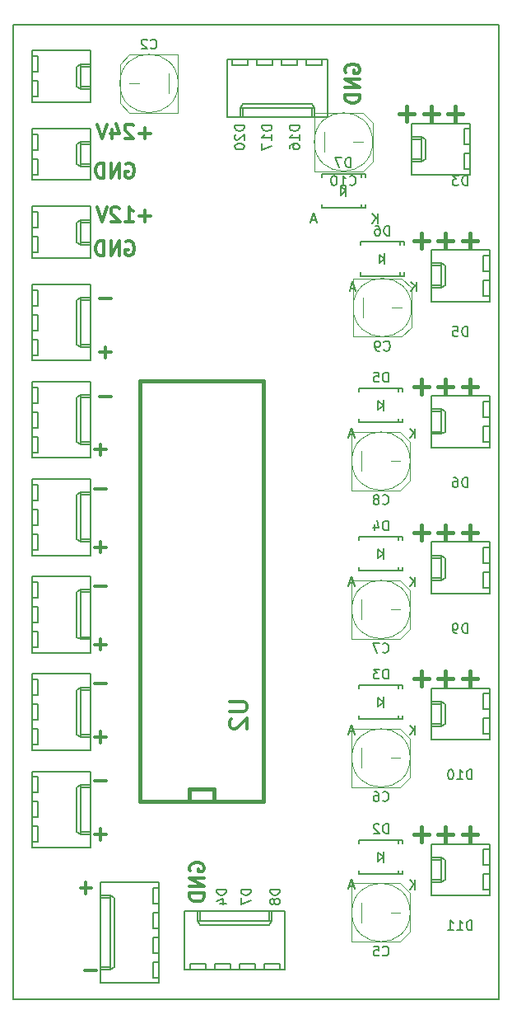
<source format=gbo>
G04 #@! TF.GenerationSoftware,KiCad,Pcbnew,(5.0.2)-1*
G04 #@! TF.CreationDate,2019-03-14T17:16:41+01:00*
G04 #@! TF.ProjectId,ventirad,76656e74-6972-4616-942e-6b696361645f,rev?*
G04 #@! TF.SameCoordinates,Original*
G04 #@! TF.FileFunction,Legend,Bot*
G04 #@! TF.FilePolarity,Positive*
%FSLAX46Y46*%
G04 Gerber Fmt 4.6, Leading zero omitted, Abs format (unit mm)*
G04 Created by KiCad (PCBNEW (5.0.2)-1) date 14/03/2019 17:16:41*
%MOMM*%
%LPD*%
G01*
G04 APERTURE LIST*
%ADD10C,0.150000*%
%ADD11C,0.300000*%
%ADD12C,0.400000*%
%ADD13C,0.381000*%
%ADD14C,0.100000*%
%ADD15C,0.304800*%
G04 APERTURE END LIST*
D10*
X107000000Y-60000000D02*
X157000000Y-60000000D01*
X154214285Y-137452380D02*
X154214285Y-136452380D01*
X153976190Y-136452380D01*
X153833333Y-136500000D01*
X153738095Y-136595238D01*
X153690476Y-136690476D01*
X153642857Y-136880952D01*
X153642857Y-137023809D01*
X153690476Y-137214285D01*
X153738095Y-137309523D01*
X153833333Y-137404761D01*
X153976190Y-137452380D01*
X154214285Y-137452380D01*
X152690476Y-137452380D02*
X153261904Y-137452380D01*
X152976190Y-137452380D02*
X152976190Y-136452380D01*
X153071428Y-136595238D01*
X153166666Y-136690476D01*
X153261904Y-136738095D01*
X152071428Y-136452380D02*
X151976190Y-136452380D01*
X151880952Y-136500000D01*
X151833333Y-136547619D01*
X151785714Y-136642857D01*
X151738095Y-136833333D01*
X151738095Y-137071428D01*
X151785714Y-137261904D01*
X151833333Y-137357142D01*
X151880952Y-137404761D01*
X151976190Y-137452380D01*
X152071428Y-137452380D01*
X152166666Y-137404761D01*
X152214285Y-137357142D01*
X152261904Y-137261904D01*
X152309523Y-137071428D01*
X152309523Y-136833333D01*
X152261904Y-136642857D01*
X152214285Y-136547619D01*
X152166666Y-136500000D01*
X152071428Y-136452380D01*
X153738095Y-122452380D02*
X153738095Y-121452380D01*
X153500000Y-121452380D01*
X153357142Y-121500000D01*
X153261904Y-121595238D01*
X153214285Y-121690476D01*
X153166666Y-121880952D01*
X153166666Y-122023809D01*
X153214285Y-122214285D01*
X153261904Y-122309523D01*
X153357142Y-122404761D01*
X153500000Y-122452380D01*
X153738095Y-122452380D01*
X152690476Y-122452380D02*
X152500000Y-122452380D01*
X152404761Y-122404761D01*
X152357142Y-122357142D01*
X152261904Y-122214285D01*
X152214285Y-122023809D01*
X152214285Y-121642857D01*
X152261904Y-121547619D01*
X152309523Y-121500000D01*
X152404761Y-121452380D01*
X152595238Y-121452380D01*
X152690476Y-121500000D01*
X152738095Y-121547619D01*
X152785714Y-121642857D01*
X152785714Y-121880952D01*
X152738095Y-121976190D01*
X152690476Y-122023809D01*
X152595238Y-122071428D01*
X152404761Y-122071428D01*
X152309523Y-122023809D01*
X152261904Y-121976190D01*
X152214285Y-121880952D01*
X153738095Y-107452380D02*
X153738095Y-106452380D01*
X153500000Y-106452380D01*
X153357142Y-106500000D01*
X153261904Y-106595238D01*
X153214285Y-106690476D01*
X153166666Y-106880952D01*
X153166666Y-107023809D01*
X153214285Y-107214285D01*
X153261904Y-107309523D01*
X153357142Y-107404761D01*
X153500000Y-107452380D01*
X153738095Y-107452380D01*
X152309523Y-106452380D02*
X152500000Y-106452380D01*
X152595238Y-106500000D01*
X152642857Y-106547619D01*
X152738095Y-106690476D01*
X152785714Y-106880952D01*
X152785714Y-107261904D01*
X152738095Y-107357142D01*
X152690476Y-107404761D01*
X152595238Y-107452380D01*
X152404761Y-107452380D01*
X152309523Y-107404761D01*
X152261904Y-107357142D01*
X152214285Y-107261904D01*
X152214285Y-107023809D01*
X152261904Y-106928571D01*
X152309523Y-106880952D01*
X152404761Y-106833333D01*
X152595238Y-106833333D01*
X152690476Y-106880952D01*
X152738095Y-106928571D01*
X152785714Y-107023809D01*
X153738095Y-91952380D02*
X153738095Y-90952380D01*
X153500000Y-90952380D01*
X153357142Y-91000000D01*
X153261904Y-91095238D01*
X153214285Y-91190476D01*
X153166666Y-91380952D01*
X153166666Y-91523809D01*
X153214285Y-91714285D01*
X153261904Y-91809523D01*
X153357142Y-91904761D01*
X153500000Y-91952380D01*
X153738095Y-91952380D01*
X152261904Y-90952380D02*
X152738095Y-90952380D01*
X152785714Y-91428571D01*
X152738095Y-91380952D01*
X152642857Y-91333333D01*
X152404761Y-91333333D01*
X152309523Y-91380952D01*
X152261904Y-91428571D01*
X152214285Y-91523809D01*
X152214285Y-91761904D01*
X152261904Y-91857142D01*
X152309523Y-91904761D01*
X152404761Y-91952380D01*
X152642857Y-91952380D01*
X152738095Y-91904761D01*
X152785714Y-91857142D01*
X153738095Y-76452380D02*
X153738095Y-75452380D01*
X153500000Y-75452380D01*
X153357142Y-75500000D01*
X153261904Y-75595238D01*
X153214285Y-75690476D01*
X153166666Y-75880952D01*
X153166666Y-76023809D01*
X153214285Y-76214285D01*
X153261904Y-76309523D01*
X153357142Y-76404761D01*
X153500000Y-76452380D01*
X153738095Y-76452380D01*
X152833333Y-75452380D02*
X152214285Y-75452380D01*
X152547619Y-75833333D01*
X152404761Y-75833333D01*
X152309523Y-75880952D01*
X152261904Y-75928571D01*
X152214285Y-76023809D01*
X152214285Y-76261904D01*
X152261904Y-76357142D01*
X152309523Y-76404761D01*
X152404761Y-76452380D01*
X152690476Y-76452380D01*
X152785714Y-76404761D01*
X152833333Y-76357142D01*
X154214285Y-152952380D02*
X154214285Y-151952380D01*
X153976190Y-151952380D01*
X153833333Y-152000000D01*
X153738095Y-152095238D01*
X153690476Y-152190476D01*
X153642857Y-152380952D01*
X153642857Y-152523809D01*
X153690476Y-152714285D01*
X153738095Y-152809523D01*
X153833333Y-152904761D01*
X153976190Y-152952380D01*
X154214285Y-152952380D01*
X152690476Y-152952380D02*
X153261904Y-152952380D01*
X152976190Y-152952380D02*
X152976190Y-151952380D01*
X153071428Y-152095238D01*
X153166666Y-152190476D01*
X153261904Y-152238095D01*
X151738095Y-152952380D02*
X152309523Y-152952380D01*
X152023809Y-152952380D02*
X152023809Y-151952380D01*
X152119047Y-152095238D01*
X152214285Y-152190476D01*
X152309523Y-152238095D01*
X133627380Y-70285714D02*
X132627380Y-70285714D01*
X132627380Y-70523809D01*
X132675000Y-70666666D01*
X132770238Y-70761904D01*
X132865476Y-70809523D01*
X133055952Y-70857142D01*
X133198809Y-70857142D01*
X133389285Y-70809523D01*
X133484523Y-70761904D01*
X133579761Y-70666666D01*
X133627380Y-70523809D01*
X133627380Y-70285714D01*
X133627380Y-71809523D02*
X133627380Y-71238095D01*
X133627380Y-71523809D02*
X132627380Y-71523809D01*
X132770238Y-71428571D01*
X132865476Y-71333333D01*
X132913095Y-71238095D01*
X132627380Y-72142857D02*
X132627380Y-72809523D01*
X133627380Y-72380952D01*
X136452380Y-70285714D02*
X135452380Y-70285714D01*
X135452380Y-70523809D01*
X135500000Y-70666666D01*
X135595238Y-70761904D01*
X135690476Y-70809523D01*
X135880952Y-70857142D01*
X136023809Y-70857142D01*
X136214285Y-70809523D01*
X136309523Y-70761904D01*
X136404761Y-70666666D01*
X136452380Y-70523809D01*
X136452380Y-70285714D01*
X136452380Y-71809523D02*
X136452380Y-71238095D01*
X136452380Y-71523809D02*
X135452380Y-71523809D01*
X135595238Y-71428571D01*
X135690476Y-71333333D01*
X135738095Y-71238095D01*
X135452380Y-72666666D02*
X135452380Y-72476190D01*
X135500000Y-72380952D01*
X135547619Y-72333333D01*
X135690476Y-72238095D01*
X135880952Y-72190476D01*
X136261904Y-72190476D01*
X136357142Y-72238095D01*
X136404761Y-72285714D01*
X136452380Y-72380952D01*
X136452380Y-72571428D01*
X136404761Y-72666666D01*
X136357142Y-72714285D01*
X136261904Y-72761904D01*
X136023809Y-72761904D01*
X135928571Y-72714285D01*
X135880952Y-72666666D01*
X135833333Y-72571428D01*
X135833333Y-72380952D01*
X135880952Y-72285714D01*
X135928571Y-72238095D01*
X136023809Y-72190476D01*
X128952380Y-148761904D02*
X127952380Y-148761904D01*
X127952380Y-149000000D01*
X128000000Y-149142857D01*
X128095238Y-149238095D01*
X128190476Y-149285714D01*
X128380952Y-149333333D01*
X128523809Y-149333333D01*
X128714285Y-149285714D01*
X128809523Y-149238095D01*
X128904761Y-149142857D01*
X128952380Y-149000000D01*
X128952380Y-148761904D01*
X128285714Y-150190476D02*
X128952380Y-150190476D01*
X127904761Y-149952380D02*
X128619047Y-149714285D01*
X128619047Y-150333333D01*
X131452380Y-148761904D02*
X130452380Y-148761904D01*
X130452380Y-149000000D01*
X130500000Y-149142857D01*
X130595238Y-149238095D01*
X130690476Y-149285714D01*
X130880952Y-149333333D01*
X131023809Y-149333333D01*
X131214285Y-149285714D01*
X131309523Y-149238095D01*
X131404761Y-149142857D01*
X131452380Y-149000000D01*
X131452380Y-148761904D01*
X130452380Y-149666666D02*
X130452380Y-150333333D01*
X131452380Y-149904761D01*
X134452380Y-148761904D02*
X133452380Y-148761904D01*
X133452380Y-149000000D01*
X133500000Y-149142857D01*
X133595238Y-149238095D01*
X133690476Y-149285714D01*
X133880952Y-149333333D01*
X134023809Y-149333333D01*
X134214285Y-149285714D01*
X134309523Y-149238095D01*
X134404761Y-149142857D01*
X134452380Y-149000000D01*
X134452380Y-148761904D01*
X133880952Y-149904761D02*
X133833333Y-149809523D01*
X133785714Y-149761904D01*
X133690476Y-149714285D01*
X133642857Y-149714285D01*
X133547619Y-149761904D01*
X133500000Y-149809523D01*
X133452380Y-149904761D01*
X133452380Y-150095238D01*
X133500000Y-150190476D01*
X133547619Y-150238095D01*
X133642857Y-150285714D01*
X133690476Y-150285714D01*
X133785714Y-150238095D01*
X133833333Y-150190476D01*
X133880952Y-150095238D01*
X133880952Y-149904761D01*
X133928571Y-149809523D01*
X133976190Y-149761904D01*
X134071428Y-149714285D01*
X134261904Y-149714285D01*
X134357142Y-149761904D01*
X134404761Y-149809523D01*
X134452380Y-149904761D01*
X134452380Y-150095238D01*
X134404761Y-150190476D01*
X134357142Y-150238095D01*
X134261904Y-150285714D01*
X134071428Y-150285714D01*
X133976190Y-150238095D01*
X133928571Y-150190476D01*
X133880952Y-150095238D01*
X130802380Y-70285714D02*
X129802380Y-70285714D01*
X129802380Y-70523809D01*
X129850000Y-70666666D01*
X129945238Y-70761904D01*
X130040476Y-70809523D01*
X130230952Y-70857142D01*
X130373809Y-70857142D01*
X130564285Y-70809523D01*
X130659523Y-70761904D01*
X130754761Y-70666666D01*
X130802380Y-70523809D01*
X130802380Y-70285714D01*
X129897619Y-71238095D02*
X129850000Y-71285714D01*
X129802380Y-71380952D01*
X129802380Y-71619047D01*
X129850000Y-71714285D01*
X129897619Y-71761904D01*
X129992857Y-71809523D01*
X130088095Y-71809523D01*
X130230952Y-71761904D01*
X130802380Y-71190476D01*
X130802380Y-71809523D01*
X129802380Y-72428571D02*
X129802380Y-72523809D01*
X129850000Y-72619047D01*
X129897619Y-72666666D01*
X129992857Y-72714285D01*
X130183333Y-72761904D01*
X130421428Y-72761904D01*
X130611904Y-72714285D01*
X130707142Y-72666666D01*
X130754761Y-72619047D01*
X130802380Y-72523809D01*
X130802380Y-72428571D01*
X130754761Y-72333333D01*
X130707142Y-72285714D01*
X130611904Y-72238095D01*
X130421428Y-72190476D01*
X130183333Y-72190476D01*
X129992857Y-72238095D01*
X129897619Y-72285714D01*
X129850000Y-72333333D01*
X129802380Y-72428571D01*
D11*
X141250000Y-64857142D02*
X141178571Y-64714285D01*
X141178571Y-64500000D01*
X141250000Y-64285714D01*
X141392857Y-64142857D01*
X141535714Y-64071428D01*
X141821428Y-64000000D01*
X142035714Y-64000000D01*
X142321428Y-64071428D01*
X142464285Y-64142857D01*
X142607142Y-64285714D01*
X142678571Y-64500000D01*
X142678571Y-64642857D01*
X142607142Y-64857142D01*
X142535714Y-64928571D01*
X142035714Y-64928571D01*
X142035714Y-64642857D01*
X142678571Y-65571428D02*
X141178571Y-65571428D01*
X142678571Y-66428571D01*
X141178571Y-66428571D01*
X142678571Y-67142857D02*
X141178571Y-67142857D01*
X141178571Y-67500000D01*
X141250000Y-67714285D01*
X141392857Y-67857142D01*
X141535714Y-67928571D01*
X141821428Y-68000000D01*
X142035714Y-68000000D01*
X142321428Y-67928571D01*
X142464285Y-67857142D01*
X142607142Y-67714285D01*
X142678571Y-67500000D01*
X142678571Y-67142857D01*
X125250000Y-146857142D02*
X125178571Y-146714285D01*
X125178571Y-146500000D01*
X125250000Y-146285714D01*
X125392857Y-146142857D01*
X125535714Y-146071428D01*
X125821428Y-146000000D01*
X126035714Y-146000000D01*
X126321428Y-146071428D01*
X126464285Y-146142857D01*
X126607142Y-146285714D01*
X126678571Y-146500000D01*
X126678571Y-146642857D01*
X126607142Y-146857142D01*
X126535714Y-146928571D01*
X126035714Y-146928571D01*
X126035714Y-146642857D01*
X126678571Y-147571428D02*
X125178571Y-147571428D01*
X126678571Y-148428571D01*
X125178571Y-148428571D01*
X126678571Y-149142857D02*
X125178571Y-149142857D01*
X125178571Y-149500000D01*
X125250000Y-149714285D01*
X125392857Y-149857142D01*
X125535714Y-149928571D01*
X125821428Y-150000000D01*
X126035714Y-150000000D01*
X126321428Y-149928571D01*
X126464285Y-149857142D01*
X126607142Y-149714285D01*
X126678571Y-149500000D01*
X126678571Y-149142857D01*
X115428571Y-127607142D02*
X116571428Y-127607142D01*
X115428571Y-103607142D02*
X116571428Y-103607142D01*
X116000000Y-104178571D02*
X116000000Y-103035714D01*
X115928571Y-98107142D02*
X117071428Y-98107142D01*
X115428571Y-107607142D02*
X116571428Y-107607142D01*
X115428571Y-137607142D02*
X116571428Y-137607142D01*
X115428571Y-117607142D02*
X116571428Y-117607142D01*
X114428571Y-157107142D02*
X115571428Y-157107142D01*
X113928571Y-148607142D02*
X115071428Y-148607142D01*
X114500000Y-149178571D02*
X114500000Y-148035714D01*
X115428571Y-143107142D02*
X116571428Y-143107142D01*
X116000000Y-143678571D02*
X116000000Y-142535714D01*
X115428571Y-133107142D02*
X116571428Y-133107142D01*
X116000000Y-133678571D02*
X116000000Y-132535714D01*
X115428571Y-113607142D02*
X116571428Y-113607142D01*
X116000000Y-114178571D02*
X116000000Y-113035714D01*
X115428571Y-123607142D02*
X116571428Y-123607142D01*
X116000000Y-124178571D02*
X116000000Y-123035714D01*
X115928571Y-93607142D02*
X117071428Y-93607142D01*
X116500000Y-94178571D02*
X116500000Y-93035714D01*
X115928571Y-88107142D02*
X117071428Y-88107142D01*
X118642857Y-74250000D02*
X118785714Y-74178571D01*
X119000000Y-74178571D01*
X119214285Y-74250000D01*
X119357142Y-74392857D01*
X119428571Y-74535714D01*
X119500000Y-74821428D01*
X119500000Y-75035714D01*
X119428571Y-75321428D01*
X119357142Y-75464285D01*
X119214285Y-75607142D01*
X119000000Y-75678571D01*
X118857142Y-75678571D01*
X118642857Y-75607142D01*
X118571428Y-75535714D01*
X118571428Y-75035714D01*
X118857142Y-75035714D01*
X117928571Y-75678571D02*
X117928571Y-74178571D01*
X117071428Y-75678571D01*
X117071428Y-74178571D01*
X116357142Y-75678571D02*
X116357142Y-74178571D01*
X116000000Y-74178571D01*
X115785714Y-74250000D01*
X115642857Y-74392857D01*
X115571428Y-74535714D01*
X115500000Y-74821428D01*
X115500000Y-75035714D01*
X115571428Y-75321428D01*
X115642857Y-75464285D01*
X115785714Y-75607142D01*
X116000000Y-75678571D01*
X116357142Y-75678571D01*
X121142857Y-71107142D02*
X120000000Y-71107142D01*
X120571428Y-71678571D02*
X120571428Y-70535714D01*
X119357142Y-70321428D02*
X119285714Y-70250000D01*
X119142857Y-70178571D01*
X118785714Y-70178571D01*
X118642857Y-70250000D01*
X118571428Y-70321428D01*
X118500000Y-70464285D01*
X118500000Y-70607142D01*
X118571428Y-70821428D01*
X119428571Y-71678571D01*
X118500000Y-71678571D01*
X117214285Y-70678571D02*
X117214285Y-71678571D01*
X117571428Y-70107142D02*
X117928571Y-71178571D01*
X117000000Y-71178571D01*
X116642857Y-70178571D02*
X116142857Y-71678571D01*
X115642857Y-70178571D01*
X118642857Y-82250000D02*
X118785714Y-82178571D01*
X119000000Y-82178571D01*
X119214285Y-82250000D01*
X119357142Y-82392857D01*
X119428571Y-82535714D01*
X119500000Y-82821428D01*
X119500000Y-83035714D01*
X119428571Y-83321428D01*
X119357142Y-83464285D01*
X119214285Y-83607142D01*
X119000000Y-83678571D01*
X118857142Y-83678571D01*
X118642857Y-83607142D01*
X118571428Y-83535714D01*
X118571428Y-83035714D01*
X118857142Y-83035714D01*
X117928571Y-83678571D02*
X117928571Y-82178571D01*
X117071428Y-83678571D01*
X117071428Y-82178571D01*
X116357142Y-83678571D02*
X116357142Y-82178571D01*
X116000000Y-82178571D01*
X115785714Y-82250000D01*
X115642857Y-82392857D01*
X115571428Y-82535714D01*
X115500000Y-82821428D01*
X115500000Y-83035714D01*
X115571428Y-83321428D01*
X115642857Y-83464285D01*
X115785714Y-83607142D01*
X116000000Y-83678571D01*
X116357142Y-83678571D01*
X121142857Y-79607142D02*
X120000000Y-79607142D01*
X120571428Y-80178571D02*
X120571428Y-79035714D01*
X118500000Y-80178571D02*
X119357142Y-80178571D01*
X118928571Y-80178571D02*
X118928571Y-78678571D01*
X119071428Y-78892857D01*
X119214285Y-79035714D01*
X119357142Y-79107142D01*
X117928571Y-78821428D02*
X117857142Y-78750000D01*
X117714285Y-78678571D01*
X117357142Y-78678571D01*
X117214285Y-78750000D01*
X117142857Y-78821428D01*
X117071428Y-78964285D01*
X117071428Y-79107142D01*
X117142857Y-79321428D01*
X118000000Y-80178571D01*
X117071428Y-80178571D01*
X116642857Y-78678571D02*
X116142857Y-80178571D01*
X115642857Y-78678571D01*
D12*
X148261904Y-82142857D02*
X149785714Y-82142857D01*
X149023809Y-82904761D02*
X149023809Y-81380952D01*
X150738095Y-82142857D02*
X152261904Y-82142857D01*
X151500000Y-82904761D02*
X151500000Y-81380952D01*
X153214285Y-82142857D02*
X154738095Y-82142857D01*
X153976190Y-82904761D02*
X153976190Y-81380952D01*
X148261904Y-97142857D02*
X149785714Y-97142857D01*
X149023809Y-97904761D02*
X149023809Y-96380952D01*
X150738095Y-97142857D02*
X152261904Y-97142857D01*
X151500000Y-97904761D02*
X151500000Y-96380952D01*
X153214285Y-97142857D02*
X154738095Y-97142857D01*
X153976190Y-97904761D02*
X153976190Y-96380952D01*
X148261904Y-112142857D02*
X149785714Y-112142857D01*
X149023809Y-112904761D02*
X149023809Y-111380952D01*
X150738095Y-112142857D02*
X152261904Y-112142857D01*
X151500000Y-112904761D02*
X151500000Y-111380952D01*
X153214285Y-112142857D02*
X154738095Y-112142857D01*
X153976190Y-112904761D02*
X153976190Y-111380952D01*
X148261904Y-127142857D02*
X149785714Y-127142857D01*
X149023809Y-127904761D02*
X149023809Y-126380952D01*
X150738095Y-127142857D02*
X152261904Y-127142857D01*
X151500000Y-127904761D02*
X151500000Y-126380952D01*
X153214285Y-127142857D02*
X154738095Y-127142857D01*
X153976190Y-127904761D02*
X153976190Y-126380952D01*
X148261904Y-143142857D02*
X149785714Y-143142857D01*
X149023809Y-143904761D02*
X149023809Y-142380952D01*
X150738095Y-143142857D02*
X152261904Y-143142857D01*
X151500000Y-143904761D02*
X151500000Y-142380952D01*
X153214285Y-143142857D02*
X154738095Y-143142857D01*
X153976190Y-143904761D02*
X153976190Y-142380952D01*
X146761904Y-69142857D02*
X148285714Y-69142857D01*
X147523809Y-69904761D02*
X147523809Y-68380952D01*
X149238095Y-69142857D02*
X150761904Y-69142857D01*
X150000000Y-69904761D02*
X150000000Y-68380952D01*
X151714285Y-69142857D02*
X153238095Y-69142857D01*
X152476190Y-69904761D02*
X152476190Y-68380952D01*
D10*
X107000000Y-160000000D02*
X107000000Y-60000000D01*
X157000000Y-160000000D02*
X107000000Y-160000000D01*
X157000000Y-60000000D02*
X157000000Y-160000000D01*
D13*
G04 #@! TO.C,U2*
X132795000Y-139700000D02*
X132795000Y-96520000D01*
X132795000Y-96520000D02*
X120095000Y-96520000D01*
X120095000Y-96520000D02*
X120095000Y-139700000D01*
X120095000Y-139700000D02*
X132795000Y-139700000D01*
X125175000Y-139700000D02*
X125175000Y-138430000D01*
X125175000Y-138430000D02*
X127715000Y-138430000D01*
X127715000Y-138430000D02*
X127715000Y-139700000D01*
D10*
G04 #@! TO.C,*
X108980000Y-62630000D02*
X114980000Y-62630000D01*
X114980000Y-62630000D02*
X114980000Y-67910000D01*
X114980000Y-67910000D02*
X108980000Y-67910000D01*
X108980000Y-67910000D02*
X108980000Y-62630000D01*
X114980000Y-64000000D02*
X113980000Y-64000000D01*
X113980000Y-64000000D02*
X113980000Y-66540000D01*
X113980000Y-66540000D02*
X114980000Y-66540000D01*
X113980000Y-64000000D02*
X113550000Y-64250000D01*
X113550000Y-64250000D02*
X113550000Y-66290000D01*
X113550000Y-66290000D02*
X113980000Y-66540000D01*
X114980000Y-64250000D02*
X113980000Y-64250000D01*
X114980000Y-66290000D02*
X113980000Y-66290000D01*
X108980000Y-63200000D02*
X109600000Y-63200000D01*
X109600000Y-63200000D02*
X109600000Y-64800000D01*
X109600000Y-64800000D02*
X108980000Y-64800000D01*
X108980000Y-65740000D02*
X109600000Y-65740000D01*
X109600000Y-65740000D02*
X109600000Y-67340000D01*
X109600000Y-67340000D02*
X108980000Y-67340000D01*
G04 #@! TO.C,D2*
X145110000Y-145415000D02*
X144560000Y-144965000D01*
X144560000Y-144965000D02*
X144560000Y-145865000D01*
X144560000Y-145865000D02*
X145110000Y-145415000D01*
X145110000Y-144865000D02*
X145110000Y-145965000D01*
X146659140Y-147165060D02*
X146659140Y-146814540D01*
X146659140Y-143664940D02*
X146659140Y-144015460D01*
X142609560Y-147165060D02*
X142609560Y-146814540D01*
X147110440Y-147165060D02*
X147110440Y-146814540D01*
X147110440Y-143664940D02*
X147110440Y-144015460D01*
X142609560Y-143664940D02*
X142609560Y-144015460D01*
X147110440Y-147165060D02*
X142609560Y-147165060D01*
X147110440Y-143664940D02*
X142609560Y-143664940D01*
G04 #@! TO.C,D3*
X145110000Y-129540000D02*
X144560000Y-129090000D01*
X144560000Y-129090000D02*
X144560000Y-129990000D01*
X144560000Y-129990000D02*
X145110000Y-129540000D01*
X145110000Y-128990000D02*
X145110000Y-130090000D01*
X146659140Y-131290060D02*
X146659140Y-130939540D01*
X146659140Y-127789940D02*
X146659140Y-128140460D01*
X142609560Y-131290060D02*
X142609560Y-130939540D01*
X147110440Y-131290060D02*
X147110440Y-130939540D01*
X147110440Y-127789940D02*
X147110440Y-128140460D01*
X142609560Y-127789940D02*
X142609560Y-128140460D01*
X147110440Y-131290060D02*
X142609560Y-131290060D01*
X147110440Y-127789940D02*
X142609560Y-127789940D01*
G04 #@! TO.C,D4*
X145110000Y-114300000D02*
X144560000Y-113850000D01*
X144560000Y-113850000D02*
X144560000Y-114750000D01*
X144560000Y-114750000D02*
X145110000Y-114300000D01*
X145110000Y-113750000D02*
X145110000Y-114850000D01*
X146659140Y-116050060D02*
X146659140Y-115699540D01*
X146659140Y-112549940D02*
X146659140Y-112900460D01*
X142609560Y-116050060D02*
X142609560Y-115699540D01*
X147110440Y-116050060D02*
X147110440Y-115699540D01*
X147110440Y-112549940D02*
X147110440Y-112900460D01*
X142609560Y-112549940D02*
X142609560Y-112900460D01*
X147110440Y-116050060D02*
X142609560Y-116050060D01*
X147110440Y-112549940D02*
X142609560Y-112549940D01*
G04 #@! TO.C,D5*
X145110000Y-99060000D02*
X144560000Y-98610000D01*
X144560000Y-98610000D02*
X144560000Y-99510000D01*
X144560000Y-99510000D02*
X145110000Y-99060000D01*
X145110000Y-98510000D02*
X145110000Y-99610000D01*
X146659140Y-100810060D02*
X146659140Y-100459540D01*
X146659140Y-97309940D02*
X146659140Y-97660460D01*
X142609560Y-100810060D02*
X142609560Y-100459540D01*
X147110440Y-100810060D02*
X147110440Y-100459540D01*
X147110440Y-97309940D02*
X147110440Y-97660460D01*
X142609560Y-97309940D02*
X142609560Y-97660460D01*
X147110440Y-100810060D02*
X142609560Y-100810060D01*
X147110440Y-97309940D02*
X142609560Y-97309940D01*
G04 #@! TO.C,D6*
X145250000Y-84000000D02*
X144700000Y-83550000D01*
X144700000Y-83550000D02*
X144700000Y-84450000D01*
X144700000Y-84450000D02*
X145250000Y-84000000D01*
X145250000Y-83450000D02*
X145250000Y-84550000D01*
X146799140Y-85750060D02*
X146799140Y-85399540D01*
X146799140Y-82249940D02*
X146799140Y-82600460D01*
X142749560Y-85750060D02*
X142749560Y-85399540D01*
X147250440Y-85750060D02*
X147250440Y-85399540D01*
X147250440Y-82249940D02*
X147250440Y-82600460D01*
X142749560Y-82249940D02*
X142749560Y-82600460D01*
X147250440Y-85750060D02*
X142749560Y-85750060D01*
X147250440Y-82249940D02*
X142749560Y-82249940D01*
G04 #@! TO.C,D7*
X141250000Y-77000000D02*
X140700000Y-76550000D01*
X140700000Y-76550000D02*
X140700000Y-77450000D01*
X140700000Y-77450000D02*
X141250000Y-77000000D01*
X141250000Y-76450000D02*
X141250000Y-77550000D01*
X142799140Y-78750060D02*
X142799140Y-78399540D01*
X142799140Y-75249940D02*
X142799140Y-75600460D01*
X138749560Y-78750060D02*
X138749560Y-78399540D01*
X143250440Y-78750060D02*
X143250440Y-78399540D01*
X143250440Y-75249940D02*
X143250440Y-75600460D01*
X138749560Y-75249940D02*
X138749560Y-75600460D01*
X143250440Y-78750060D02*
X138749560Y-78750060D01*
X143250440Y-75249940D02*
X138749560Y-75249940D01*
D14*
G04 #@! TO.C,C2*
X123000000Y-66000000D02*
X123000000Y-66000000D01*
X123000000Y-67000000D02*
X123000000Y-65000000D01*
X123000000Y-65000000D02*
X123000000Y-67000000D01*
X123000000Y-67000000D02*
X123000000Y-65000000D01*
X123000000Y-65000000D02*
X123000000Y-67000000D01*
X124000000Y-63000000D02*
X124000000Y-69000000D01*
X124000000Y-69000000D02*
X119000000Y-69000000D01*
X119000000Y-69000000D02*
X118000000Y-68000000D01*
X118000000Y-68000000D02*
X118000000Y-64000000D01*
X118000000Y-64000000D02*
X119000000Y-63000000D01*
X119000000Y-63000000D02*
X124000000Y-63000000D01*
X119000000Y-66000000D02*
X120000000Y-66000000D01*
X120000000Y-66000000D02*
X120000000Y-66000000D01*
X124000000Y-66000000D02*
G75*
G03X124000000Y-66000000I-3000000J0D01*
G01*
G04 #@! TO.C,C5*
X142860000Y-151130000D02*
X142860000Y-151130000D01*
X142860000Y-150130000D02*
X142860000Y-152130000D01*
X142860000Y-152130000D02*
X142860000Y-150130000D01*
X142860000Y-150130000D02*
X142860000Y-152130000D01*
X142860000Y-152130000D02*
X142860000Y-150130000D01*
X141860000Y-154130000D02*
X141860000Y-148130000D01*
X141860000Y-148130000D02*
X146860000Y-148130000D01*
X146860000Y-148130000D02*
X147860000Y-149130000D01*
X147860000Y-149130000D02*
X147860000Y-153130000D01*
X147860000Y-153130000D02*
X146860000Y-154130000D01*
X146860000Y-154130000D02*
X141860000Y-154130000D01*
X146860000Y-151130000D02*
X145860000Y-151130000D01*
X145860000Y-151130000D02*
X145860000Y-151130000D01*
X147860000Y-151130000D02*
G75*
G03X147860000Y-151130000I-3000000J0D01*
G01*
G04 #@! TO.C,C6*
X142860000Y-135255000D02*
X142860000Y-135255000D01*
X142860000Y-134255000D02*
X142860000Y-136255000D01*
X142860000Y-136255000D02*
X142860000Y-134255000D01*
X142860000Y-134255000D02*
X142860000Y-136255000D01*
X142860000Y-136255000D02*
X142860000Y-134255000D01*
X141860000Y-138255000D02*
X141860000Y-132255000D01*
X141860000Y-132255000D02*
X146860000Y-132255000D01*
X146860000Y-132255000D02*
X147860000Y-133255000D01*
X147860000Y-133255000D02*
X147860000Y-137255000D01*
X147860000Y-137255000D02*
X146860000Y-138255000D01*
X146860000Y-138255000D02*
X141860000Y-138255000D01*
X146860000Y-135255000D02*
X145860000Y-135255000D01*
X145860000Y-135255000D02*
X145860000Y-135255000D01*
X147860000Y-135255000D02*
G75*
G03X147860000Y-135255000I-3000000J0D01*
G01*
G04 #@! TO.C,C7*
X142860000Y-120015000D02*
X142860000Y-120015000D01*
X142860000Y-119015000D02*
X142860000Y-121015000D01*
X142860000Y-121015000D02*
X142860000Y-119015000D01*
X142860000Y-119015000D02*
X142860000Y-121015000D01*
X142860000Y-121015000D02*
X142860000Y-119015000D01*
X141860000Y-123015000D02*
X141860000Y-117015000D01*
X141860000Y-117015000D02*
X146860000Y-117015000D01*
X146860000Y-117015000D02*
X147860000Y-118015000D01*
X147860000Y-118015000D02*
X147860000Y-122015000D01*
X147860000Y-122015000D02*
X146860000Y-123015000D01*
X146860000Y-123015000D02*
X141860000Y-123015000D01*
X146860000Y-120015000D02*
X145860000Y-120015000D01*
X145860000Y-120015000D02*
X145860000Y-120015000D01*
X147860000Y-120015000D02*
G75*
G03X147860000Y-120015000I-3000000J0D01*
G01*
G04 #@! TO.C,C8*
X142860000Y-104775000D02*
X142860000Y-104775000D01*
X142860000Y-103775000D02*
X142860000Y-105775000D01*
X142860000Y-105775000D02*
X142860000Y-103775000D01*
X142860000Y-103775000D02*
X142860000Y-105775000D01*
X142860000Y-105775000D02*
X142860000Y-103775000D01*
X141860000Y-107775000D02*
X141860000Y-101775000D01*
X141860000Y-101775000D02*
X146860000Y-101775000D01*
X146860000Y-101775000D02*
X147860000Y-102775000D01*
X147860000Y-102775000D02*
X147860000Y-106775000D01*
X147860000Y-106775000D02*
X146860000Y-107775000D01*
X146860000Y-107775000D02*
X141860000Y-107775000D01*
X146860000Y-104775000D02*
X145860000Y-104775000D01*
X145860000Y-104775000D02*
X145860000Y-104775000D01*
X147860000Y-104775000D02*
G75*
G03X147860000Y-104775000I-3000000J0D01*
G01*
G04 #@! TO.C,C9*
X143000000Y-89000000D02*
X143000000Y-89000000D01*
X143000000Y-88000000D02*
X143000000Y-90000000D01*
X143000000Y-90000000D02*
X143000000Y-88000000D01*
X143000000Y-88000000D02*
X143000000Y-90000000D01*
X143000000Y-90000000D02*
X143000000Y-88000000D01*
X142000000Y-92000000D02*
X142000000Y-86000000D01*
X142000000Y-86000000D02*
X147000000Y-86000000D01*
X147000000Y-86000000D02*
X148000000Y-87000000D01*
X148000000Y-87000000D02*
X148000000Y-91000000D01*
X148000000Y-91000000D02*
X147000000Y-92000000D01*
X147000000Y-92000000D02*
X142000000Y-92000000D01*
X147000000Y-89000000D02*
X146000000Y-89000000D01*
X146000000Y-89000000D02*
X146000000Y-89000000D01*
X148000000Y-89000000D02*
G75*
G03X148000000Y-89000000I-3000000J0D01*
G01*
G04 #@! TO.C,C10*
X139000000Y-72000000D02*
X139000000Y-72000000D01*
X139000000Y-71000000D02*
X139000000Y-73000000D01*
X139000000Y-73000000D02*
X139000000Y-71000000D01*
X139000000Y-71000000D02*
X139000000Y-73000000D01*
X139000000Y-73000000D02*
X139000000Y-71000000D01*
X138000000Y-75000000D02*
X138000000Y-69000000D01*
X138000000Y-69000000D02*
X143000000Y-69000000D01*
X143000000Y-69000000D02*
X144000000Y-70000000D01*
X144000000Y-70000000D02*
X144000000Y-74000000D01*
X144000000Y-74000000D02*
X143000000Y-75000000D01*
X143000000Y-75000000D02*
X138000000Y-75000000D01*
X143000000Y-72000000D02*
X142000000Y-72000000D01*
X142000000Y-72000000D02*
X142000000Y-72000000D01*
X144000000Y-72000000D02*
G75*
G03X144000000Y-72000000I-3000000J0D01*
G01*
D10*
G04 #@! TO.C,*
X108980000Y-78630000D02*
X114980000Y-78630000D01*
X114980000Y-78630000D02*
X114980000Y-83910000D01*
X114980000Y-83910000D02*
X108980000Y-83910000D01*
X108980000Y-83910000D02*
X108980000Y-78630000D01*
X114980000Y-80000000D02*
X113980000Y-80000000D01*
X113980000Y-80000000D02*
X113980000Y-82540000D01*
X113980000Y-82540000D02*
X114980000Y-82540000D01*
X113980000Y-80000000D02*
X113550000Y-80250000D01*
X113550000Y-80250000D02*
X113550000Y-82290000D01*
X113550000Y-82290000D02*
X113980000Y-82540000D01*
X114980000Y-80250000D02*
X113980000Y-80250000D01*
X114980000Y-82290000D02*
X113980000Y-82290000D01*
X108980000Y-79200000D02*
X109600000Y-79200000D01*
X109600000Y-79200000D02*
X109600000Y-80800000D01*
X109600000Y-80800000D02*
X108980000Y-80800000D01*
X108980000Y-81740000D02*
X109600000Y-81740000D01*
X109600000Y-81740000D02*
X109600000Y-83340000D01*
X109600000Y-83340000D02*
X108980000Y-83340000D01*
X108980000Y-136630000D02*
X114980000Y-136630000D01*
X114980000Y-136630000D02*
X114980000Y-144450000D01*
X114980000Y-144450000D02*
X108980000Y-144450000D01*
X108980000Y-144450000D02*
X108980000Y-136630000D01*
X114980000Y-138000000D02*
X113980000Y-138000000D01*
X113980000Y-138000000D02*
X113980000Y-143080000D01*
X113980000Y-143080000D02*
X114980000Y-143080000D01*
X113980000Y-138000000D02*
X113550000Y-138250000D01*
X113550000Y-138250000D02*
X113550000Y-142830000D01*
X113550000Y-142830000D02*
X113980000Y-143080000D01*
X114980000Y-138250000D02*
X113980000Y-138250000D01*
X114980000Y-142830000D02*
X113980000Y-142830000D01*
X108980000Y-137200000D02*
X109600000Y-137200000D01*
X109600000Y-137200000D02*
X109600000Y-138800000D01*
X109600000Y-138800000D02*
X108980000Y-138800000D01*
X108980000Y-139740000D02*
X109600000Y-139740000D01*
X109600000Y-139740000D02*
X109600000Y-141340000D01*
X109600000Y-141340000D02*
X108980000Y-141340000D01*
X108980000Y-142280000D02*
X109600000Y-142280000D01*
X109600000Y-142280000D02*
X109600000Y-143880000D01*
X109600000Y-143880000D02*
X108980000Y-143880000D01*
X108980000Y-126630000D02*
X114980000Y-126630000D01*
X114980000Y-126630000D02*
X114980000Y-134450000D01*
X114980000Y-134450000D02*
X108980000Y-134450000D01*
X108980000Y-134450000D02*
X108980000Y-126630000D01*
X114980000Y-128000000D02*
X113980000Y-128000000D01*
X113980000Y-128000000D02*
X113980000Y-133080000D01*
X113980000Y-133080000D02*
X114980000Y-133080000D01*
X113980000Y-128000000D02*
X113550000Y-128250000D01*
X113550000Y-128250000D02*
X113550000Y-132830000D01*
X113550000Y-132830000D02*
X113980000Y-133080000D01*
X114980000Y-128250000D02*
X113980000Y-128250000D01*
X114980000Y-132830000D02*
X113980000Y-132830000D01*
X108980000Y-127200000D02*
X109600000Y-127200000D01*
X109600000Y-127200000D02*
X109600000Y-128800000D01*
X109600000Y-128800000D02*
X108980000Y-128800000D01*
X108980000Y-129740000D02*
X109600000Y-129740000D01*
X109600000Y-129740000D02*
X109600000Y-131340000D01*
X109600000Y-131340000D02*
X108980000Y-131340000D01*
X108980000Y-132280000D02*
X109600000Y-132280000D01*
X109600000Y-132280000D02*
X109600000Y-133880000D01*
X109600000Y-133880000D02*
X108980000Y-133880000D01*
X108980000Y-116630000D02*
X114980000Y-116630000D01*
X114980000Y-116630000D02*
X114980000Y-124450000D01*
X114980000Y-124450000D02*
X108980000Y-124450000D01*
X108980000Y-124450000D02*
X108980000Y-116630000D01*
X114980000Y-118000000D02*
X113980000Y-118000000D01*
X113980000Y-118000000D02*
X113980000Y-123080000D01*
X113980000Y-123080000D02*
X114980000Y-123080000D01*
X113980000Y-118000000D02*
X113550000Y-118250000D01*
X113550000Y-118250000D02*
X113550000Y-122830000D01*
X113550000Y-122830000D02*
X113980000Y-123080000D01*
X114980000Y-118250000D02*
X113980000Y-118250000D01*
X114980000Y-122830000D02*
X113980000Y-122830000D01*
X108980000Y-117200000D02*
X109600000Y-117200000D01*
X109600000Y-117200000D02*
X109600000Y-118800000D01*
X109600000Y-118800000D02*
X108980000Y-118800000D01*
X108980000Y-119740000D02*
X109600000Y-119740000D01*
X109600000Y-119740000D02*
X109600000Y-121340000D01*
X109600000Y-121340000D02*
X108980000Y-121340000D01*
X108980000Y-122280000D02*
X109600000Y-122280000D01*
X109600000Y-122280000D02*
X109600000Y-123880000D01*
X109600000Y-123880000D02*
X108980000Y-123880000D01*
X108980000Y-106630000D02*
X114980000Y-106630000D01*
X114980000Y-106630000D02*
X114980000Y-114450000D01*
X114980000Y-114450000D02*
X108980000Y-114450000D01*
X108980000Y-114450000D02*
X108980000Y-106630000D01*
X114980000Y-108000000D02*
X113980000Y-108000000D01*
X113980000Y-108000000D02*
X113980000Y-113080000D01*
X113980000Y-113080000D02*
X114980000Y-113080000D01*
X113980000Y-108000000D02*
X113550000Y-108250000D01*
X113550000Y-108250000D02*
X113550000Y-112830000D01*
X113550000Y-112830000D02*
X113980000Y-113080000D01*
X114980000Y-108250000D02*
X113980000Y-108250000D01*
X114980000Y-112830000D02*
X113980000Y-112830000D01*
X108980000Y-107200000D02*
X109600000Y-107200000D01*
X109600000Y-107200000D02*
X109600000Y-108800000D01*
X109600000Y-108800000D02*
X108980000Y-108800000D01*
X108980000Y-109740000D02*
X109600000Y-109740000D01*
X109600000Y-109740000D02*
X109600000Y-111340000D01*
X109600000Y-111340000D02*
X108980000Y-111340000D01*
X108980000Y-112280000D02*
X109600000Y-112280000D01*
X109600000Y-112280000D02*
X109600000Y-113880000D01*
X109600000Y-113880000D02*
X108980000Y-113880000D01*
X108980000Y-96630000D02*
X114980000Y-96630000D01*
X114980000Y-96630000D02*
X114980000Y-104450000D01*
X114980000Y-104450000D02*
X108980000Y-104450000D01*
X108980000Y-104450000D02*
X108980000Y-96630000D01*
X114980000Y-98000000D02*
X113980000Y-98000000D01*
X113980000Y-98000000D02*
X113980000Y-103080000D01*
X113980000Y-103080000D02*
X114980000Y-103080000D01*
X113980000Y-98000000D02*
X113550000Y-98250000D01*
X113550000Y-98250000D02*
X113550000Y-102830000D01*
X113550000Y-102830000D02*
X113980000Y-103080000D01*
X114980000Y-98250000D02*
X113980000Y-98250000D01*
X114980000Y-102830000D02*
X113980000Y-102830000D01*
X108980000Y-97200000D02*
X109600000Y-97200000D01*
X109600000Y-97200000D02*
X109600000Y-98800000D01*
X109600000Y-98800000D02*
X108980000Y-98800000D01*
X108980000Y-99740000D02*
X109600000Y-99740000D01*
X109600000Y-99740000D02*
X109600000Y-101340000D01*
X109600000Y-101340000D02*
X108980000Y-101340000D01*
X108980000Y-102280000D02*
X109600000Y-102280000D01*
X109600000Y-102280000D02*
X109600000Y-103880000D01*
X109600000Y-103880000D02*
X108980000Y-103880000D01*
X108980000Y-86630000D02*
X114980000Y-86630000D01*
X114980000Y-86630000D02*
X114980000Y-94450000D01*
X114980000Y-94450000D02*
X108980000Y-94450000D01*
X108980000Y-94450000D02*
X108980000Y-86630000D01*
X114980000Y-88000000D02*
X113980000Y-88000000D01*
X113980000Y-88000000D02*
X113980000Y-93080000D01*
X113980000Y-93080000D02*
X114980000Y-93080000D01*
X113980000Y-88000000D02*
X113550000Y-88250000D01*
X113550000Y-88250000D02*
X113550000Y-92830000D01*
X113550000Y-92830000D02*
X113980000Y-93080000D01*
X114980000Y-88250000D02*
X113980000Y-88250000D01*
X114980000Y-92830000D02*
X113980000Y-92830000D01*
X108980000Y-87200000D02*
X109600000Y-87200000D01*
X109600000Y-87200000D02*
X109600000Y-88800000D01*
X109600000Y-88800000D02*
X108980000Y-88800000D01*
X108980000Y-89740000D02*
X109600000Y-89740000D01*
X109600000Y-89740000D02*
X109600000Y-91340000D01*
X109600000Y-91340000D02*
X108980000Y-91340000D01*
X108980000Y-92280000D02*
X109600000Y-92280000D01*
X109600000Y-92280000D02*
X109600000Y-93880000D01*
X109600000Y-93880000D02*
X108980000Y-93880000D01*
X122020000Y-158370000D02*
X116020000Y-158370000D01*
X116020000Y-158370000D02*
X116020000Y-148010000D01*
X116020000Y-148010000D02*
X122020000Y-148010000D01*
X122020000Y-148010000D02*
X122020000Y-158370000D01*
X116020000Y-157000000D02*
X117020000Y-157000000D01*
X117020000Y-157000000D02*
X117020000Y-149380000D01*
X117020000Y-149380000D02*
X116020000Y-149380000D01*
X117020000Y-157000000D02*
X117450000Y-156750000D01*
X117450000Y-156750000D02*
X117450000Y-149630000D01*
X117450000Y-149630000D02*
X117020000Y-149380000D01*
X116020000Y-156750000D02*
X117020000Y-156750000D01*
X116020000Y-149630000D02*
X117020000Y-149630000D01*
X122020000Y-157800000D02*
X121400000Y-157800000D01*
X121400000Y-157800000D02*
X121400000Y-156200000D01*
X121400000Y-156200000D02*
X122020000Y-156200000D01*
X122020000Y-155260000D02*
X121400000Y-155260000D01*
X121400000Y-155260000D02*
X121400000Y-153660000D01*
X121400000Y-153660000D02*
X122020000Y-153660000D01*
X122020000Y-152720000D02*
X121400000Y-152720000D01*
X121400000Y-152720000D02*
X121400000Y-151120000D01*
X121400000Y-151120000D02*
X122020000Y-151120000D01*
X122020000Y-150180000D02*
X121400000Y-150180000D01*
X121400000Y-150180000D02*
X121400000Y-148580000D01*
X121400000Y-148580000D02*
X122020000Y-148580000D01*
X108980000Y-70630000D02*
X114980000Y-70630000D01*
X114980000Y-70630000D02*
X114980000Y-75910000D01*
X114980000Y-75910000D02*
X108980000Y-75910000D01*
X108980000Y-75910000D02*
X108980000Y-70630000D01*
X114980000Y-72000000D02*
X113980000Y-72000000D01*
X113980000Y-72000000D02*
X113980000Y-74540000D01*
X113980000Y-74540000D02*
X114980000Y-74540000D01*
X113980000Y-72000000D02*
X113550000Y-72250000D01*
X113550000Y-72250000D02*
X113550000Y-74290000D01*
X113550000Y-74290000D02*
X113980000Y-74540000D01*
X114980000Y-72250000D02*
X113980000Y-72250000D01*
X114980000Y-74290000D02*
X113980000Y-74290000D01*
X108980000Y-71200000D02*
X109600000Y-71200000D01*
X109600000Y-71200000D02*
X109600000Y-72800000D01*
X109600000Y-72800000D02*
X108980000Y-72800000D01*
X108980000Y-73740000D02*
X109600000Y-73740000D01*
X109600000Y-73740000D02*
X109600000Y-75340000D01*
X109600000Y-75340000D02*
X108980000Y-75340000D01*
X156020000Y-149370000D02*
X150020000Y-149370000D01*
X150020000Y-149370000D02*
X150020000Y-144090000D01*
X150020000Y-144090000D02*
X156020000Y-144090000D01*
X156020000Y-144090000D02*
X156020000Y-149370000D01*
X150020000Y-148000000D02*
X151020000Y-148000000D01*
X151020000Y-148000000D02*
X151020000Y-145460000D01*
X151020000Y-145460000D02*
X150020000Y-145460000D01*
X151020000Y-148000000D02*
X151450000Y-147750000D01*
X151450000Y-147750000D02*
X151450000Y-145710000D01*
X151450000Y-145710000D02*
X151020000Y-145460000D01*
X150020000Y-147750000D02*
X151020000Y-147750000D01*
X150020000Y-145710000D02*
X151020000Y-145710000D01*
X156020000Y-148800000D02*
X155400000Y-148800000D01*
X155400000Y-148800000D02*
X155400000Y-147200000D01*
X155400000Y-147200000D02*
X156020000Y-147200000D01*
X156020000Y-146260000D02*
X155400000Y-146260000D01*
X155400000Y-146260000D02*
X155400000Y-144660000D01*
X155400000Y-144660000D02*
X156020000Y-144660000D01*
X156020000Y-133370000D02*
X150020000Y-133370000D01*
X150020000Y-133370000D02*
X150020000Y-128090000D01*
X150020000Y-128090000D02*
X156020000Y-128090000D01*
X156020000Y-128090000D02*
X156020000Y-133370000D01*
X150020000Y-132000000D02*
X151020000Y-132000000D01*
X151020000Y-132000000D02*
X151020000Y-129460000D01*
X151020000Y-129460000D02*
X150020000Y-129460000D01*
X151020000Y-132000000D02*
X151450000Y-131750000D01*
X151450000Y-131750000D02*
X151450000Y-129710000D01*
X151450000Y-129710000D02*
X151020000Y-129460000D01*
X150020000Y-131750000D02*
X151020000Y-131750000D01*
X150020000Y-129710000D02*
X151020000Y-129710000D01*
X156020000Y-132800000D02*
X155400000Y-132800000D01*
X155400000Y-132800000D02*
X155400000Y-131200000D01*
X155400000Y-131200000D02*
X156020000Y-131200000D01*
X156020000Y-130260000D02*
X155400000Y-130260000D01*
X155400000Y-130260000D02*
X155400000Y-128660000D01*
X155400000Y-128660000D02*
X156020000Y-128660000D01*
X156020000Y-118370000D02*
X150020000Y-118370000D01*
X150020000Y-118370000D02*
X150020000Y-113090000D01*
X150020000Y-113090000D02*
X156020000Y-113090000D01*
X156020000Y-113090000D02*
X156020000Y-118370000D01*
X150020000Y-117000000D02*
X151020000Y-117000000D01*
X151020000Y-117000000D02*
X151020000Y-114460000D01*
X151020000Y-114460000D02*
X150020000Y-114460000D01*
X151020000Y-117000000D02*
X151450000Y-116750000D01*
X151450000Y-116750000D02*
X151450000Y-114710000D01*
X151450000Y-114710000D02*
X151020000Y-114460000D01*
X150020000Y-116750000D02*
X151020000Y-116750000D01*
X150020000Y-114710000D02*
X151020000Y-114710000D01*
X156020000Y-117800000D02*
X155400000Y-117800000D01*
X155400000Y-117800000D02*
X155400000Y-116200000D01*
X155400000Y-116200000D02*
X156020000Y-116200000D01*
X156020000Y-115260000D02*
X155400000Y-115260000D01*
X155400000Y-115260000D02*
X155400000Y-113660000D01*
X155400000Y-113660000D02*
X156020000Y-113660000D01*
X156020000Y-103370000D02*
X150020000Y-103370000D01*
X150020000Y-103370000D02*
X150020000Y-98090000D01*
X150020000Y-98090000D02*
X156020000Y-98090000D01*
X156020000Y-98090000D02*
X156020000Y-103370000D01*
X150020000Y-102000000D02*
X151020000Y-102000000D01*
X151020000Y-102000000D02*
X151020000Y-99460000D01*
X151020000Y-99460000D02*
X150020000Y-99460000D01*
X151020000Y-102000000D02*
X151450000Y-101750000D01*
X151450000Y-101750000D02*
X151450000Y-99710000D01*
X151450000Y-99710000D02*
X151020000Y-99460000D01*
X150020000Y-101750000D02*
X151020000Y-101750000D01*
X150020000Y-99710000D02*
X151020000Y-99710000D01*
X156020000Y-102800000D02*
X155400000Y-102800000D01*
X155400000Y-102800000D02*
X155400000Y-101200000D01*
X155400000Y-101200000D02*
X156020000Y-101200000D01*
X156020000Y-100260000D02*
X155400000Y-100260000D01*
X155400000Y-100260000D02*
X155400000Y-98660000D01*
X155400000Y-98660000D02*
X156020000Y-98660000D01*
X156020000Y-88370000D02*
X150020000Y-88370000D01*
X150020000Y-88370000D02*
X150020000Y-83090000D01*
X150020000Y-83090000D02*
X156020000Y-83090000D01*
X156020000Y-83090000D02*
X156020000Y-88370000D01*
X150020000Y-87000000D02*
X151020000Y-87000000D01*
X151020000Y-87000000D02*
X151020000Y-84460000D01*
X151020000Y-84460000D02*
X150020000Y-84460000D01*
X151020000Y-87000000D02*
X151450000Y-86750000D01*
X151450000Y-86750000D02*
X151450000Y-84710000D01*
X151450000Y-84710000D02*
X151020000Y-84460000D01*
X150020000Y-86750000D02*
X151020000Y-86750000D01*
X150020000Y-84710000D02*
X151020000Y-84710000D01*
X156020000Y-87800000D02*
X155400000Y-87800000D01*
X155400000Y-87800000D02*
X155400000Y-86200000D01*
X155400000Y-86200000D02*
X156020000Y-86200000D01*
X156020000Y-85260000D02*
X155400000Y-85260000D01*
X155400000Y-85260000D02*
X155400000Y-83660000D01*
X155400000Y-83660000D02*
X156020000Y-83660000D01*
X154020000Y-75370000D02*
X148020000Y-75370000D01*
X148020000Y-75370000D02*
X148020000Y-70090000D01*
X148020000Y-70090000D02*
X154020000Y-70090000D01*
X154020000Y-70090000D02*
X154020000Y-75370000D01*
X148020000Y-74000000D02*
X149020000Y-74000000D01*
X149020000Y-74000000D02*
X149020000Y-71460000D01*
X149020000Y-71460000D02*
X148020000Y-71460000D01*
X149020000Y-74000000D02*
X149450000Y-73750000D01*
X149450000Y-73750000D02*
X149450000Y-71710000D01*
X149450000Y-71710000D02*
X149020000Y-71460000D01*
X148020000Y-73750000D02*
X149020000Y-73750000D01*
X148020000Y-71710000D02*
X149020000Y-71710000D01*
X154020000Y-74800000D02*
X153400000Y-74800000D01*
X153400000Y-74800000D02*
X153400000Y-73200000D01*
X153400000Y-73200000D02*
X154020000Y-73200000D01*
X154020000Y-72260000D02*
X153400000Y-72260000D01*
X153400000Y-72260000D02*
X153400000Y-70660000D01*
X153400000Y-70660000D02*
X154020000Y-70660000D01*
X124630000Y-157020000D02*
X124630000Y-151020000D01*
X124630000Y-151020000D02*
X134990000Y-151020000D01*
X134990000Y-151020000D02*
X134990000Y-157020000D01*
X134990000Y-157020000D02*
X124630000Y-157020000D01*
X126000000Y-151020000D02*
X126000000Y-152020000D01*
X126000000Y-152020000D02*
X133620000Y-152020000D01*
X133620000Y-152020000D02*
X133620000Y-151020000D01*
X126000000Y-152020000D02*
X126250000Y-152450000D01*
X126250000Y-152450000D02*
X133370000Y-152450000D01*
X133370000Y-152450000D02*
X133620000Y-152020000D01*
X126250000Y-151020000D02*
X126250000Y-152020000D01*
X133370000Y-151020000D02*
X133370000Y-152020000D01*
X125200000Y-157020000D02*
X125200000Y-156400000D01*
X125200000Y-156400000D02*
X126800000Y-156400000D01*
X126800000Y-156400000D02*
X126800000Y-157020000D01*
X127740000Y-157020000D02*
X127740000Y-156400000D01*
X127740000Y-156400000D02*
X129340000Y-156400000D01*
X129340000Y-156400000D02*
X129340000Y-157020000D01*
X130280000Y-157020000D02*
X130280000Y-156400000D01*
X130280000Y-156400000D02*
X131880000Y-156400000D01*
X131880000Y-156400000D02*
X131880000Y-157020000D01*
X132820000Y-157020000D02*
X132820000Y-156400000D01*
X132820000Y-156400000D02*
X134420000Y-156400000D01*
X134420000Y-156400000D02*
X134420000Y-157020000D01*
X139370000Y-63480000D02*
X139370000Y-69480000D01*
X139370000Y-69480000D02*
X129010000Y-69480000D01*
X129010000Y-69480000D02*
X129010000Y-63480000D01*
X129010000Y-63480000D02*
X139370000Y-63480000D01*
X138000000Y-69480000D02*
X138000000Y-68480000D01*
X138000000Y-68480000D02*
X130380000Y-68480000D01*
X130380000Y-68480000D02*
X130380000Y-69480000D01*
X138000000Y-68480000D02*
X137750000Y-68050000D01*
X137750000Y-68050000D02*
X130630000Y-68050000D01*
X130630000Y-68050000D02*
X130380000Y-68480000D01*
X137750000Y-69480000D02*
X137750000Y-68480000D01*
X130630000Y-69480000D02*
X130630000Y-68480000D01*
X138800000Y-63480000D02*
X138800000Y-64100000D01*
X138800000Y-64100000D02*
X137200000Y-64100000D01*
X137200000Y-64100000D02*
X137200000Y-63480000D01*
X136260000Y-63480000D02*
X136260000Y-64100000D01*
X136260000Y-64100000D02*
X134660000Y-64100000D01*
X134660000Y-64100000D02*
X134660000Y-63480000D01*
X133720000Y-63480000D02*
X133720000Y-64100000D01*
X133720000Y-64100000D02*
X132120000Y-64100000D01*
X132120000Y-64100000D02*
X132120000Y-63480000D01*
X131180000Y-63480000D02*
X131180000Y-64100000D01*
X131180000Y-64100000D02*
X129580000Y-64100000D01*
X129580000Y-64100000D02*
X129580000Y-63480000D01*
G04 #@! TD*
G04 #@! TO.C,U2*
D15*
X129281333Y-129455333D02*
X130720666Y-129455333D01*
X130890000Y-129540000D01*
X130974666Y-129624666D01*
X131059333Y-129794000D01*
X131059333Y-130132666D01*
X130974666Y-130302000D01*
X130890000Y-130386666D01*
X130720666Y-130471333D01*
X129281333Y-130471333D01*
X129450666Y-131233333D02*
X129366000Y-131318000D01*
X129281333Y-131487333D01*
X129281333Y-131910666D01*
X129366000Y-132080000D01*
X129450666Y-132164666D01*
X129620000Y-132249333D01*
X129789333Y-132249333D01*
X130043333Y-132164666D01*
X131059333Y-131148666D01*
X131059333Y-132249333D01*
G04 #@! TO.C,*
D10*
G04 #@! TO.C,D2*
X145598095Y-143017380D02*
X145598095Y-142017380D01*
X145360000Y-142017380D01*
X145217142Y-142065000D01*
X145121904Y-142160238D01*
X145074285Y-142255476D01*
X145026666Y-142445952D01*
X145026666Y-142588809D01*
X145074285Y-142779285D01*
X145121904Y-142874523D01*
X145217142Y-142969761D01*
X145360000Y-143017380D01*
X145598095Y-143017380D01*
X144645714Y-142112619D02*
X144598095Y-142065000D01*
X144502857Y-142017380D01*
X144264761Y-142017380D01*
X144169523Y-142065000D01*
X144121904Y-142112619D01*
X144074285Y-142207857D01*
X144074285Y-142303095D01*
X144121904Y-142445952D01*
X144693333Y-143017380D01*
X144074285Y-143017380D01*
X148371904Y-148767380D02*
X148371904Y-147767380D01*
X147800476Y-148767380D02*
X148229047Y-148195952D01*
X147800476Y-147767380D02*
X148371904Y-148338809D01*
X142048095Y-148431666D02*
X141571904Y-148431666D01*
X142143333Y-148717380D02*
X141810000Y-147717380D01*
X141476666Y-148717380D01*
G04 #@! TO.C,D3*
X145598095Y-127142380D02*
X145598095Y-126142380D01*
X145360000Y-126142380D01*
X145217142Y-126190000D01*
X145121904Y-126285238D01*
X145074285Y-126380476D01*
X145026666Y-126570952D01*
X145026666Y-126713809D01*
X145074285Y-126904285D01*
X145121904Y-126999523D01*
X145217142Y-127094761D01*
X145360000Y-127142380D01*
X145598095Y-127142380D01*
X144693333Y-126142380D02*
X144074285Y-126142380D01*
X144407619Y-126523333D01*
X144264761Y-126523333D01*
X144169523Y-126570952D01*
X144121904Y-126618571D01*
X144074285Y-126713809D01*
X144074285Y-126951904D01*
X144121904Y-127047142D01*
X144169523Y-127094761D01*
X144264761Y-127142380D01*
X144550476Y-127142380D01*
X144645714Y-127094761D01*
X144693333Y-127047142D01*
X148371904Y-132892380D02*
X148371904Y-131892380D01*
X147800476Y-132892380D02*
X148229047Y-132320952D01*
X147800476Y-131892380D02*
X148371904Y-132463809D01*
X142048095Y-132556666D02*
X141571904Y-132556666D01*
X142143333Y-132842380D02*
X141810000Y-131842380D01*
X141476666Y-132842380D01*
G04 #@! TO.C,D4*
X145598095Y-111902380D02*
X145598095Y-110902380D01*
X145360000Y-110902380D01*
X145217142Y-110950000D01*
X145121904Y-111045238D01*
X145074285Y-111140476D01*
X145026666Y-111330952D01*
X145026666Y-111473809D01*
X145074285Y-111664285D01*
X145121904Y-111759523D01*
X145217142Y-111854761D01*
X145360000Y-111902380D01*
X145598095Y-111902380D01*
X144169523Y-111235714D02*
X144169523Y-111902380D01*
X144407619Y-110854761D02*
X144645714Y-111569047D01*
X144026666Y-111569047D01*
X148371904Y-117652380D02*
X148371904Y-116652380D01*
X147800476Y-117652380D02*
X148229047Y-117080952D01*
X147800476Y-116652380D02*
X148371904Y-117223809D01*
X142048095Y-117316666D02*
X141571904Y-117316666D01*
X142143333Y-117602380D02*
X141810000Y-116602380D01*
X141476666Y-117602380D01*
G04 #@! TO.C,D5*
X145598095Y-96662380D02*
X145598095Y-95662380D01*
X145360000Y-95662380D01*
X145217142Y-95710000D01*
X145121904Y-95805238D01*
X145074285Y-95900476D01*
X145026666Y-96090952D01*
X145026666Y-96233809D01*
X145074285Y-96424285D01*
X145121904Y-96519523D01*
X145217142Y-96614761D01*
X145360000Y-96662380D01*
X145598095Y-96662380D01*
X144121904Y-95662380D02*
X144598095Y-95662380D01*
X144645714Y-96138571D01*
X144598095Y-96090952D01*
X144502857Y-96043333D01*
X144264761Y-96043333D01*
X144169523Y-96090952D01*
X144121904Y-96138571D01*
X144074285Y-96233809D01*
X144074285Y-96471904D01*
X144121904Y-96567142D01*
X144169523Y-96614761D01*
X144264761Y-96662380D01*
X144502857Y-96662380D01*
X144598095Y-96614761D01*
X144645714Y-96567142D01*
X148371904Y-102412380D02*
X148371904Y-101412380D01*
X147800476Y-102412380D02*
X148229047Y-101840952D01*
X147800476Y-101412380D02*
X148371904Y-101983809D01*
X142048095Y-102076666D02*
X141571904Y-102076666D01*
X142143333Y-102362380D02*
X141810000Y-101362380D01*
X141476666Y-102362380D01*
G04 #@! TO.C,D6*
X145738095Y-81602380D02*
X145738095Y-80602380D01*
X145500000Y-80602380D01*
X145357142Y-80650000D01*
X145261904Y-80745238D01*
X145214285Y-80840476D01*
X145166666Y-81030952D01*
X145166666Y-81173809D01*
X145214285Y-81364285D01*
X145261904Y-81459523D01*
X145357142Y-81554761D01*
X145500000Y-81602380D01*
X145738095Y-81602380D01*
X144309523Y-80602380D02*
X144500000Y-80602380D01*
X144595238Y-80650000D01*
X144642857Y-80697619D01*
X144738095Y-80840476D01*
X144785714Y-81030952D01*
X144785714Y-81411904D01*
X144738095Y-81507142D01*
X144690476Y-81554761D01*
X144595238Y-81602380D01*
X144404761Y-81602380D01*
X144309523Y-81554761D01*
X144261904Y-81507142D01*
X144214285Y-81411904D01*
X144214285Y-81173809D01*
X144261904Y-81078571D01*
X144309523Y-81030952D01*
X144404761Y-80983333D01*
X144595238Y-80983333D01*
X144690476Y-81030952D01*
X144738095Y-81078571D01*
X144785714Y-81173809D01*
X148511904Y-87352380D02*
X148511904Y-86352380D01*
X147940476Y-87352380D02*
X148369047Y-86780952D01*
X147940476Y-86352380D02*
X148511904Y-86923809D01*
X142188095Y-87016666D02*
X141711904Y-87016666D01*
X142283333Y-87302380D02*
X141950000Y-86302380D01*
X141616666Y-87302380D01*
G04 #@! TO.C,D7*
X141738095Y-74602380D02*
X141738095Y-73602380D01*
X141500000Y-73602380D01*
X141357142Y-73650000D01*
X141261904Y-73745238D01*
X141214285Y-73840476D01*
X141166666Y-74030952D01*
X141166666Y-74173809D01*
X141214285Y-74364285D01*
X141261904Y-74459523D01*
X141357142Y-74554761D01*
X141500000Y-74602380D01*
X141738095Y-74602380D01*
X140833333Y-73602380D02*
X140166666Y-73602380D01*
X140595238Y-74602380D01*
X144511904Y-80352380D02*
X144511904Y-79352380D01*
X143940476Y-80352380D02*
X144369047Y-79780952D01*
X143940476Y-79352380D02*
X144511904Y-79923809D01*
X138188095Y-80016666D02*
X137711904Y-80016666D01*
X138283333Y-80302380D02*
X137950000Y-79302380D01*
X137616666Y-80302380D01*
G04 #@! TO.C,C2*
X121166666Y-62357142D02*
X121214285Y-62404761D01*
X121357142Y-62452380D01*
X121452380Y-62452380D01*
X121595238Y-62404761D01*
X121690476Y-62309523D01*
X121738095Y-62214285D01*
X121785714Y-62023809D01*
X121785714Y-61880952D01*
X121738095Y-61690476D01*
X121690476Y-61595238D01*
X121595238Y-61500000D01*
X121452380Y-61452380D01*
X121357142Y-61452380D01*
X121214285Y-61500000D01*
X121166666Y-61547619D01*
X120785714Y-61547619D02*
X120738095Y-61500000D01*
X120642857Y-61452380D01*
X120404761Y-61452380D01*
X120309523Y-61500000D01*
X120261904Y-61547619D01*
X120214285Y-61642857D01*
X120214285Y-61738095D01*
X120261904Y-61880952D01*
X120833333Y-62452380D01*
X120214285Y-62452380D01*
G04 #@! TO.C,C5*
X145026666Y-155487142D02*
X145074285Y-155534761D01*
X145217142Y-155582380D01*
X145312380Y-155582380D01*
X145455238Y-155534761D01*
X145550476Y-155439523D01*
X145598095Y-155344285D01*
X145645714Y-155153809D01*
X145645714Y-155010952D01*
X145598095Y-154820476D01*
X145550476Y-154725238D01*
X145455238Y-154630000D01*
X145312380Y-154582380D01*
X145217142Y-154582380D01*
X145074285Y-154630000D01*
X145026666Y-154677619D01*
X144121904Y-154582380D02*
X144598095Y-154582380D01*
X144645714Y-155058571D01*
X144598095Y-155010952D01*
X144502857Y-154963333D01*
X144264761Y-154963333D01*
X144169523Y-155010952D01*
X144121904Y-155058571D01*
X144074285Y-155153809D01*
X144074285Y-155391904D01*
X144121904Y-155487142D01*
X144169523Y-155534761D01*
X144264761Y-155582380D01*
X144502857Y-155582380D01*
X144598095Y-155534761D01*
X144645714Y-155487142D01*
G04 #@! TO.C,C6*
X145026666Y-139612142D02*
X145074285Y-139659761D01*
X145217142Y-139707380D01*
X145312380Y-139707380D01*
X145455238Y-139659761D01*
X145550476Y-139564523D01*
X145598095Y-139469285D01*
X145645714Y-139278809D01*
X145645714Y-139135952D01*
X145598095Y-138945476D01*
X145550476Y-138850238D01*
X145455238Y-138755000D01*
X145312380Y-138707380D01*
X145217142Y-138707380D01*
X145074285Y-138755000D01*
X145026666Y-138802619D01*
X144169523Y-138707380D02*
X144360000Y-138707380D01*
X144455238Y-138755000D01*
X144502857Y-138802619D01*
X144598095Y-138945476D01*
X144645714Y-139135952D01*
X144645714Y-139516904D01*
X144598095Y-139612142D01*
X144550476Y-139659761D01*
X144455238Y-139707380D01*
X144264761Y-139707380D01*
X144169523Y-139659761D01*
X144121904Y-139612142D01*
X144074285Y-139516904D01*
X144074285Y-139278809D01*
X144121904Y-139183571D01*
X144169523Y-139135952D01*
X144264761Y-139088333D01*
X144455238Y-139088333D01*
X144550476Y-139135952D01*
X144598095Y-139183571D01*
X144645714Y-139278809D01*
G04 #@! TO.C,C7*
X145026666Y-124372142D02*
X145074285Y-124419761D01*
X145217142Y-124467380D01*
X145312380Y-124467380D01*
X145455238Y-124419761D01*
X145550476Y-124324523D01*
X145598095Y-124229285D01*
X145645714Y-124038809D01*
X145645714Y-123895952D01*
X145598095Y-123705476D01*
X145550476Y-123610238D01*
X145455238Y-123515000D01*
X145312380Y-123467380D01*
X145217142Y-123467380D01*
X145074285Y-123515000D01*
X145026666Y-123562619D01*
X144693333Y-123467380D02*
X144026666Y-123467380D01*
X144455238Y-124467380D01*
G04 #@! TO.C,C8*
X145026666Y-109132142D02*
X145074285Y-109179761D01*
X145217142Y-109227380D01*
X145312380Y-109227380D01*
X145455238Y-109179761D01*
X145550476Y-109084523D01*
X145598095Y-108989285D01*
X145645714Y-108798809D01*
X145645714Y-108655952D01*
X145598095Y-108465476D01*
X145550476Y-108370238D01*
X145455238Y-108275000D01*
X145312380Y-108227380D01*
X145217142Y-108227380D01*
X145074285Y-108275000D01*
X145026666Y-108322619D01*
X144455238Y-108655952D02*
X144550476Y-108608333D01*
X144598095Y-108560714D01*
X144645714Y-108465476D01*
X144645714Y-108417857D01*
X144598095Y-108322619D01*
X144550476Y-108275000D01*
X144455238Y-108227380D01*
X144264761Y-108227380D01*
X144169523Y-108275000D01*
X144121904Y-108322619D01*
X144074285Y-108417857D01*
X144074285Y-108465476D01*
X144121904Y-108560714D01*
X144169523Y-108608333D01*
X144264761Y-108655952D01*
X144455238Y-108655952D01*
X144550476Y-108703571D01*
X144598095Y-108751190D01*
X144645714Y-108846428D01*
X144645714Y-109036904D01*
X144598095Y-109132142D01*
X144550476Y-109179761D01*
X144455238Y-109227380D01*
X144264761Y-109227380D01*
X144169523Y-109179761D01*
X144121904Y-109132142D01*
X144074285Y-109036904D01*
X144074285Y-108846428D01*
X144121904Y-108751190D01*
X144169523Y-108703571D01*
X144264761Y-108655952D01*
G04 #@! TO.C,C9*
X145166666Y-93357142D02*
X145214285Y-93404761D01*
X145357142Y-93452380D01*
X145452380Y-93452380D01*
X145595238Y-93404761D01*
X145690476Y-93309523D01*
X145738095Y-93214285D01*
X145785714Y-93023809D01*
X145785714Y-92880952D01*
X145738095Y-92690476D01*
X145690476Y-92595238D01*
X145595238Y-92500000D01*
X145452380Y-92452380D01*
X145357142Y-92452380D01*
X145214285Y-92500000D01*
X145166666Y-92547619D01*
X144690476Y-93452380D02*
X144500000Y-93452380D01*
X144404761Y-93404761D01*
X144357142Y-93357142D01*
X144261904Y-93214285D01*
X144214285Y-93023809D01*
X144214285Y-92642857D01*
X144261904Y-92547619D01*
X144309523Y-92500000D01*
X144404761Y-92452380D01*
X144595238Y-92452380D01*
X144690476Y-92500000D01*
X144738095Y-92547619D01*
X144785714Y-92642857D01*
X144785714Y-92880952D01*
X144738095Y-92976190D01*
X144690476Y-93023809D01*
X144595238Y-93071428D01*
X144404761Y-93071428D01*
X144309523Y-93023809D01*
X144261904Y-92976190D01*
X144214285Y-92880952D01*
G04 #@! TO.C,C10*
X141642857Y-76357142D02*
X141690476Y-76404761D01*
X141833333Y-76452380D01*
X141928571Y-76452380D01*
X142071428Y-76404761D01*
X142166666Y-76309523D01*
X142214285Y-76214285D01*
X142261904Y-76023809D01*
X142261904Y-75880952D01*
X142214285Y-75690476D01*
X142166666Y-75595238D01*
X142071428Y-75500000D01*
X141928571Y-75452380D01*
X141833333Y-75452380D01*
X141690476Y-75500000D01*
X141642857Y-75547619D01*
X140690476Y-76452380D02*
X141261904Y-76452380D01*
X140976190Y-76452380D02*
X140976190Y-75452380D01*
X141071428Y-75595238D01*
X141166666Y-75690476D01*
X141261904Y-75738095D01*
X140071428Y-75452380D02*
X139976190Y-75452380D01*
X139880952Y-75500000D01*
X139833333Y-75547619D01*
X139785714Y-75642857D01*
X139738095Y-75833333D01*
X139738095Y-76071428D01*
X139785714Y-76261904D01*
X139833333Y-76357142D01*
X139880952Y-76404761D01*
X139976190Y-76452380D01*
X140071428Y-76452380D01*
X140166666Y-76404761D01*
X140214285Y-76357142D01*
X140261904Y-76261904D01*
X140309523Y-76071428D01*
X140309523Y-75833333D01*
X140261904Y-75642857D01*
X140214285Y-75547619D01*
X140166666Y-75500000D01*
X140071428Y-75452380D01*
G04 #@! TO.C,*
G04 #@! TD*
M02*

</source>
